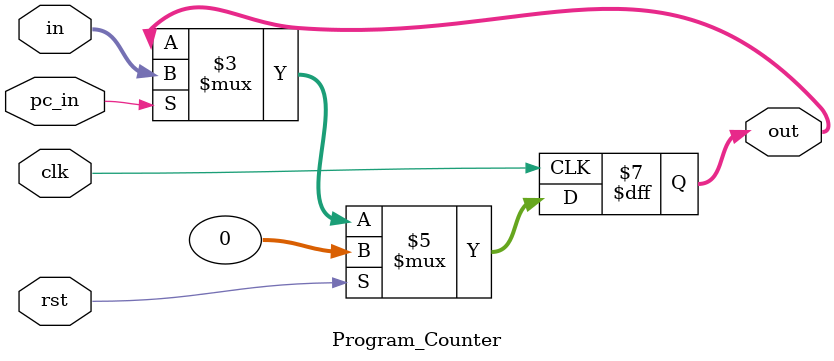
<source format=v>
`timescale 1ns / 1ps


module Program_Counter(clk, rst, in, pc_in, out);
    input pc_in, clk, rst;
    input [31:0] in;
    output reg [31:0] out;
    
    initial out <= 0;
    always @(posedge clk) begin
        if (pc_in) out <= in;
        if(rst) out <= 32'd0;
    end
endmodule


</source>
